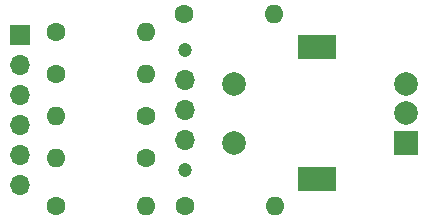
<source format=gbr>
%TF.GenerationSoftware,KiCad,Pcbnew,7.0.2*%
%TF.CreationDate,2023-05-26T20:55:18+09:00*%
%TF.ProjectId,Pmod_encoder,506d6f64-5f65-46e6-936f-6465722e6b69,rev?*%
%TF.SameCoordinates,Original*%
%TF.FileFunction,Soldermask,Bot*%
%TF.FilePolarity,Negative*%
%FSLAX46Y46*%
G04 Gerber Fmt 4.6, Leading zero omitted, Abs format (unit mm)*
G04 Created by KiCad (PCBNEW 7.0.2) date 2023-05-26 20:55:18*
%MOMM*%
%LPD*%
G01*
G04 APERTURE LIST*
%ADD10R,1.700000X1.700000*%
%ADD11O,1.700000X1.700000*%
%ADD12C,1.600000*%
%ADD13O,1.600000X1.600000*%
%ADD14C,1.200000*%
%ADD15R,2.000000X2.000000*%
%ADD16C,2.000000*%
%ADD17R,3.200000X2.000000*%
G04 APERTURE END LIST*
D10*
%TO.C,J1*%
X102624000Y-86868000D03*
D11*
X102624000Y-89408000D03*
X102624000Y-91948000D03*
X102624000Y-94488000D03*
X102624000Y-97028000D03*
X102624000Y-99568000D03*
%TD*%
D12*
%TO.C,R1*%
X113284000Y-93726000D03*
D13*
X105664000Y-93726000D03*
%TD*%
D12*
%TO.C,R7*%
X116586000Y-101346000D03*
D13*
X124206000Y-101346000D03*
%TD*%
D12*
%TO.C,R4*%
X105664000Y-101346000D03*
D13*
X113284000Y-101346000D03*
%TD*%
D12*
%TO.C,R6*%
X113284000Y-97282000D03*
D13*
X105664000Y-97282000D03*
%TD*%
D12*
%TO.C,R3*%
X105664000Y-90170000D03*
D13*
X113284000Y-90170000D03*
%TD*%
D12*
%TO.C,R5*%
X116482500Y-85090000D03*
D13*
X124102500Y-85090000D03*
%TD*%
D14*
%TO.C,SW1*%
X116586000Y-88138000D03*
X116586000Y-98298000D03*
D11*
X116586000Y-90678000D03*
X116586000Y-93218000D03*
X116586000Y-95758000D03*
%TD*%
D12*
%TO.C,R2*%
X105664000Y-86614000D03*
D13*
X113284000Y-86614000D03*
%TD*%
D15*
%TO.C,SW2*%
X135262000Y-95972000D03*
D16*
X135262000Y-90972000D03*
X135262000Y-93472000D03*
D17*
X127762000Y-99072000D03*
X127762000Y-87872000D03*
D16*
X120762000Y-90972000D03*
X120762000Y-95972000D03*
%TD*%
M02*

</source>
